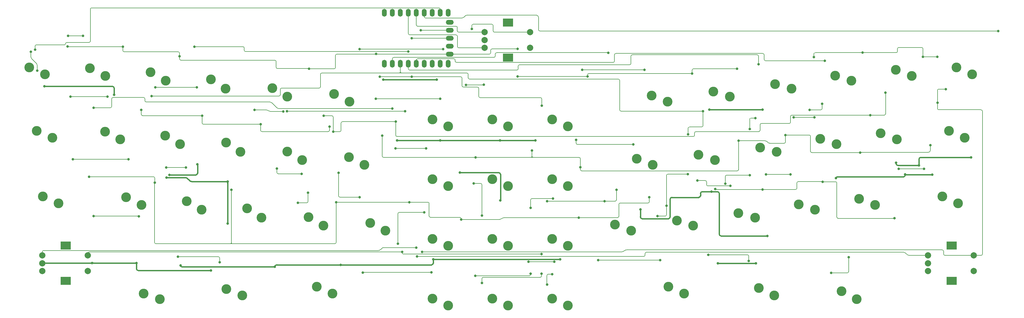
<source format=gbr>
G04 #@! TF.GenerationSoftware,KiCad,Pcbnew,9.0.0*
G04 #@! TF.CreationDate,2025-03-01T00:43:59+09:00*
G04 #@! TF.ProjectId,tijuana_lp,74696a75-616e-4615-9f6c-702e6b696361,rev?*
G04 #@! TF.SameCoordinates,Original*
G04 #@! TF.FileFunction,Copper,L1,Top*
G04 #@! TF.FilePolarity,Positive*
%FSLAX46Y46*%
G04 Gerber Fmt 4.6, Leading zero omitted, Abs format (unit mm)*
G04 Created by KiCad (PCBNEW 9.0.0) date 2025-03-01 00:43:59*
%MOMM*%
%LPD*%
G01*
G04 APERTURE LIST*
G04 #@! TA.AperFunction,ComponentPad*
%ADD10C,2.000000*%
G04 #@! TD*
G04 #@! TA.AperFunction,ComponentPad*
%ADD11R,3.200000X2.500000*%
G04 #@! TD*
G04 #@! TA.AperFunction,WasherPad*
%ADD12C,3.100000*%
G04 #@! TD*
G04 #@! TA.AperFunction,ComponentPad*
%ADD13O,1.500000X2.500000*%
G04 #@! TD*
G04 #@! TA.AperFunction,ComponentPad*
%ADD14O,2.500000X1.500000*%
G04 #@! TD*
G04 #@! TA.AperFunction,ViaPad*
%ADD15C,0.800000*%
G04 #@! TD*
G04 #@! TA.AperFunction,Conductor*
%ADD16C,0.400000*%
G04 #@! TD*
G04 #@! TA.AperFunction,Conductor*
%ADD17C,0.200000*%
G04 #@! TD*
G04 APERTURE END LIST*
D10*
X23093600Y-96800000D03*
X23093600Y-101800000D03*
X23093600Y-99300000D03*
D11*
X30593600Y-93700000D03*
X30593600Y-104900000D03*
D10*
X37593600Y-101800000D03*
X37593600Y-96800000D03*
D12*
X166405900Y-110607200D03*
X171405900Y-112807200D03*
X57614135Y-38384789D03*
X62356782Y-41095379D03*
X107827135Y-84613889D03*
X112569782Y-87324479D03*
X290008495Y-57844509D03*
X295116782Y-59779814D03*
X18962900Y-36884200D03*
X23962900Y-39084200D03*
X231998746Y-64723373D03*
X237201318Y-66388679D03*
X101118835Y-63678089D03*
X105861482Y-66388679D03*
X277560481Y-108249405D03*
X282394837Y-110792828D03*
X55363879Y-108946969D03*
X60505163Y-110792828D03*
X311722000Y-57077000D03*
X316722000Y-59277000D03*
X166405900Y-53457200D03*
X171405900Y-55657200D03*
X49778409Y-78258449D03*
X54656418Y-80717114D03*
X43068009Y-57321149D03*
X47946018Y-59779814D03*
X110490400Y-106754700D03*
X115490400Y-108954700D03*
X76827751Y-40649675D03*
X81422037Y-43604761D03*
X217068195Y-45816809D03*
X222176482Y-47752114D03*
X120769909Y-65487349D03*
X125647918Y-67946014D03*
X166405900Y-91557200D03*
X171405900Y-93757200D03*
X225127646Y-85659173D03*
X230330218Y-87324479D03*
X205434595Y-86945609D03*
X210542882Y-88880914D03*
X127479109Y-86422249D03*
X132357118Y-88880914D03*
X185455900Y-53457200D03*
X190455900Y-55657200D03*
X251597066Y-62407619D03*
X256879663Y-63798361D03*
X270743146Y-59623773D03*
X275945718Y-61289079D03*
X147355900Y-53457200D03*
X152355900Y-55657200D03*
X283135295Y-78781809D03*
X288243582Y-80717114D03*
X69084335Y-79514489D03*
X73826982Y-82225079D03*
X185455900Y-72507200D03*
X190455900Y-74707200D03*
X256358166Y-42214019D03*
X261640763Y-43604761D03*
X309611200Y-78014800D03*
X314611200Y-80214800D03*
X116008209Y-45293449D03*
X120886218Y-47752114D03*
X21340800Y-57077000D03*
X26340800Y-59277000D03*
X81725774Y-107515244D03*
X86799507Y-109539406D03*
X62211635Y-58578489D03*
X66954282Y-61289079D03*
X81588851Y-60843275D03*
X86183137Y-63798361D03*
X88297951Y-81779475D03*
X92892237Y-84734561D03*
X236760546Y-44530173D03*
X241963118Y-46195479D03*
X185455900Y-91557200D03*
X190455900Y-93757200D03*
X23288800Y-78014800D03*
X28288800Y-80214800D03*
X251180318Y-107166249D03*
X256100493Y-109539406D03*
X244725166Y-83343819D03*
X250007763Y-84734561D03*
X294768395Y-37651609D03*
X299876682Y-39586914D03*
X212306595Y-66010709D03*
X217414882Y-67946014D03*
X275503446Y-39430073D03*
X280706018Y-41095379D03*
X222409600Y-106754700D03*
X227409600Y-108954700D03*
X263870446Y-80559773D03*
X269073018Y-82225079D03*
X147355900Y-91557200D03*
X152355900Y-93757200D03*
X166405900Y-72507200D03*
X171405900Y-74707200D03*
X96357035Y-43484889D03*
X101099682Y-46195479D03*
X147355900Y-72507200D03*
X152355900Y-74707200D03*
D10*
X305093600Y-96800000D03*
X305093600Y-101800000D03*
X305093600Y-99300000D03*
D11*
X312593600Y-93700000D03*
X312593600Y-104900000D03*
D10*
X319593600Y-101800000D03*
X319593600Y-96800000D03*
X163905900Y-25600000D03*
X163905900Y-30600000D03*
X163905900Y-28100000D03*
D11*
X171405900Y-22500000D03*
X171405900Y-33700000D03*
D10*
X178405900Y-30600000D03*
X178405900Y-25600000D03*
D12*
X314099900Y-36884200D03*
X319099900Y-39084200D03*
X38308109Y-37128249D03*
X43186118Y-39586914D03*
X147355900Y-110607200D03*
X152355900Y-112807200D03*
X185455900Y-110607200D03*
X190455900Y-112807200D03*
D13*
X132020000Y-35640000D03*
X134560000Y-35640000D03*
X137100000Y-35640000D03*
X139640000Y-35640000D03*
X142180000Y-35640000D03*
X144720000Y-35640000D03*
X147260000Y-35640000D03*
X149800000Y-35640000D03*
X152340000Y-35640000D03*
D14*
X152840000Y-32600000D03*
X152840000Y-30060000D03*
X152840000Y-27520000D03*
X152840000Y-24980000D03*
X152840000Y-22440000D03*
D13*
X152340000Y-19400000D03*
X149800000Y-19400000D03*
X147260000Y-19400000D03*
X144720000Y-19400000D03*
X142180000Y-19400000D03*
X139640000Y-19400000D03*
X137100000Y-19400000D03*
X134560000Y-19400000D03*
X132020000Y-19400000D03*
D15*
X275782300Y-72159166D03*
X253957057Y-90590912D03*
X72484273Y-67730369D03*
X236100000Y-76488627D03*
X168800000Y-60100000D03*
X67100000Y-100000000D03*
X63607371Y-71127992D03*
X252423300Y-50267600D03*
X118134450Y-99814758D03*
X213500000Y-82150000D03*
X187940500Y-98033900D03*
X297800000Y-70971588D03*
X180094000Y-60099620D03*
X306450000Y-71050000D03*
X147562000Y-98033900D03*
X136079716Y-60091739D03*
X97138503Y-100464462D03*
X149760594Y-60091739D03*
X235489600Y-50267600D03*
X196684500Y-39697400D03*
X48756400Y-30223000D03*
X268700000Y-33518791D03*
X174389995Y-30931860D03*
X174383800Y-39697400D03*
X244250000Y-37271800D03*
X308050000Y-33500000D03*
X129350000Y-32505000D03*
X108046600Y-37281900D03*
X31197200Y-30182300D03*
X229981700Y-38786600D03*
X303450000Y-33500000D03*
X66800000Y-33300000D03*
X284259269Y-32147640D03*
X283440145Y-63989984D03*
X92597493Y-54966372D03*
X161000000Y-65539000D03*
X131306200Y-58583100D03*
X194393081Y-68680130D03*
X54647500Y-50355500D03*
X305855600Y-61631500D03*
X259700000Y-58400000D03*
X179000000Y-63379400D03*
X73963163Y-52236957D03*
X244754400Y-60198493D03*
X114528700Y-55724300D03*
X294350000Y-84950000D03*
X83300000Y-75850000D03*
X139955500Y-79819900D03*
X252429215Y-75776185D03*
X116650000Y-79850000D03*
X237330400Y-75655400D03*
X140700400Y-27521600D03*
X58891451Y-73623693D03*
X156429375Y-85338843D03*
X271500000Y-73300000D03*
X193900000Y-84750000D03*
X216346332Y-78276984D03*
X38015409Y-71692143D03*
X143580300Y-24983200D03*
X178545500Y-102633400D03*
X160928674Y-103332486D03*
X125150000Y-102300000D03*
X146947700Y-102244800D03*
X250258800Y-99370000D03*
X168950000Y-79250000D03*
X148651675Y-40722549D03*
X62612660Y-72002875D03*
X82100000Y-73250000D03*
X156043772Y-70411248D03*
X23757300Y-42891600D03*
X238130400Y-99370000D03*
X294887933Y-67240572D03*
X302200400Y-68084800D03*
X38962043Y-99260649D03*
X53118300Y-99260649D03*
X76800000Y-101650000D03*
X82100000Y-86650000D03*
X131630187Y-40722549D03*
X318775100Y-65542800D03*
X45989500Y-45554900D03*
X150745000Y-31010000D03*
X124121600Y-31010000D03*
X31350000Y-26775747D03*
X36075736Y-26775747D03*
X21526500Y-37830311D03*
X19446071Y-31822667D03*
X32094200Y-46203074D03*
X43827600Y-46198500D03*
X90662200Y-50432700D03*
X99829800Y-50870612D03*
X129294800Y-46850000D03*
X149779300Y-46850000D03*
X163650000Y-42350000D03*
X158002100Y-42407000D03*
X194968000Y-37620600D03*
X214800000Y-37618800D03*
X262262836Y-52749400D03*
X268905885Y-52749400D03*
X193055144Y-59962603D03*
X211269200Y-61439700D03*
X135591600Y-62688400D03*
X145250000Y-62650000D03*
X62600000Y-68750000D03*
X68850000Y-68750000D03*
X50550900Y-66174500D03*
X32813800Y-66174500D03*
X39444300Y-84300000D03*
X53820026Y-84313882D03*
X66300000Y-97214660D03*
X79570266Y-99024266D03*
X144705900Y-83100000D03*
X136300000Y-93050000D03*
X185645345Y-78666624D03*
X178574300Y-81635480D03*
X231659700Y-72930500D03*
X242116400Y-74650000D03*
X253507940Y-70991848D03*
X261238800Y-70950000D03*
X303750000Y-69150000D03*
X295743655Y-69151490D03*
X248008483Y-98544752D03*
X235150000Y-96600000D03*
X200055603Y-98342778D03*
X219759600Y-98337536D03*
X177880300Y-98835600D03*
X186112800Y-98835600D03*
X182059804Y-96389298D03*
X137650000Y-95679400D03*
X130589800Y-39793100D03*
X140700000Y-39800000D03*
X182049000Y-102614800D03*
X182125472Y-49069966D03*
X163047481Y-105628913D03*
X20814600Y-31177034D03*
X142192100Y-94300000D03*
X183770576Y-79506099D03*
X134571365Y-49978906D03*
X203305800Y-32195400D03*
X185411000Y-102766000D03*
X183800000Y-106100000D03*
X202089200Y-79507900D03*
X39433800Y-49715100D03*
X205876300Y-75839700D03*
X218919600Y-84300000D03*
X228667100Y-58184400D03*
X57904210Y-46007800D03*
X233428900Y-50810000D03*
X221796000Y-81000000D03*
X228568400Y-70915700D03*
X248288300Y-56449800D03*
X59126300Y-43163700D03*
X251086200Y-35791600D03*
X248288300Y-71185200D03*
X139640000Y-31805000D03*
X71576500Y-30212600D03*
X72305600Y-43163700D03*
X250142900Y-52983300D03*
X240550000Y-73950000D03*
X97787200Y-69118700D03*
X100999500Y-50810000D03*
X105656200Y-70764200D03*
X104495500Y-80046600D03*
X272169040Y-34717749D03*
X271365700Y-48406500D03*
X138588300Y-50810000D03*
X267411500Y-50366100D03*
X107689700Y-76800000D03*
X117424500Y-70483090D03*
X112686610Y-52248335D03*
X279789900Y-97380200D03*
X135611700Y-54160200D03*
X274218600Y-102383500D03*
X286663100Y-52049400D03*
X115700000Y-57350000D03*
X291546575Y-44917012D03*
X124133700Y-78234600D03*
X144000000Y-95650000D03*
X310749900Y-43750000D03*
X308072200Y-48106505D03*
X160481300Y-73842900D03*
X163055900Y-84102200D03*
X159838400Y-24547500D03*
X142450053Y-97123966D03*
X327438605Y-25250062D03*
D16*
X236100000Y-76488627D02*
X233197632Y-76488627D01*
X236100000Y-76488627D02*
X236100043Y-76488584D01*
X306450000Y-71050000D02*
X297878412Y-71050000D01*
X147562000Y-98033900D02*
X187940500Y-98033900D01*
X232632465Y-77053794D02*
X232632465Y-77737449D01*
X180093620Y-60100000D02*
X168800000Y-60100000D01*
X97131948Y-100457907D02*
X97138503Y-100464462D01*
X147562000Y-98033900D02*
X147562000Y-99251789D01*
X149768855Y-60100000D02*
X149760594Y-60091739D01*
X149760594Y-60091739D02*
X136079716Y-60091739D01*
X222969020Y-78864356D02*
X222969020Y-84534735D01*
X213500000Y-84537052D02*
X213500000Y-82150000D01*
X235489600Y-50267600D02*
X252423300Y-50267600D01*
X297235943Y-71750550D02*
X276190943Y-71750550D01*
X232069914Y-78300000D02*
X223533376Y-78300000D01*
X239167118Y-90590912D02*
X253957057Y-90590912D01*
X118134450Y-99814758D02*
X146999031Y-99814758D01*
X297800000Y-70971588D02*
X297800003Y-71186482D01*
X67557907Y-100457907D02*
X97131948Y-100457907D01*
X236100043Y-76488584D02*
X238041522Y-76488584D01*
X222403755Y-85100000D02*
X214062948Y-85100000D01*
X71963650Y-71127992D02*
X63607371Y-71127992D01*
X72524500Y-67770596D02*
X72524500Y-70567142D01*
X72484273Y-67730369D02*
X72524500Y-67770596D01*
X168800000Y-60100000D02*
X149768855Y-60100000D01*
X238602864Y-77049919D02*
X238602864Y-90026658D01*
X180094000Y-60099620D02*
X180093620Y-60100000D01*
X118134450Y-99814758D02*
X97788207Y-99814758D01*
X214062948Y-85100000D02*
G75*
G02*
X213500000Y-84537052I-48J562900D01*
G01*
X72524500Y-70567142D02*
G75*
G02*
X71963650Y-71127900I-560800J42D01*
G01*
X233197632Y-76488627D02*
G75*
G03*
X232632427Y-77053794I-32J-565173D01*
G01*
X232632465Y-77737449D02*
G75*
G02*
X232069914Y-78300065I-562565J-51D01*
G01*
X297878412Y-71050000D02*
G75*
G02*
X297800000Y-70971588I-12J78400D01*
G01*
X97788207Y-99814758D02*
G75*
G03*
X97138458Y-100464462I-7J-649742D01*
G01*
X238041522Y-76488584D02*
G75*
G02*
X238602816Y-77049919I-22J-561316D01*
G01*
X222969020Y-84534735D02*
G75*
G02*
X222403755Y-85099920I-565220J35D01*
G01*
X67100000Y-100000000D02*
G75*
G03*
X67557907Y-100457900I457900J0D01*
G01*
X276190943Y-71750550D02*
G75*
G03*
X275782250Y-72159166I-43J-408650D01*
G01*
X238602864Y-90026658D02*
G75*
G03*
X239167118Y-90590936I564236J-42D01*
G01*
X297800003Y-71186482D02*
G75*
G02*
X297235943Y-71750603I-564103J-18D01*
G01*
X223533376Y-78300000D02*
G75*
G03*
X222969000Y-78864356I24J-564400D01*
G01*
X146999031Y-99814758D02*
G75*
G03*
X147561958Y-99251789I-31J562958D01*
G01*
D17*
X129445000Y-32600000D02*
X129350000Y-32505000D01*
X66800000Y-34096271D02*
X66800000Y-33300000D01*
X284259269Y-32147640D02*
X294919718Y-32147640D01*
X229981700Y-37696664D02*
X229981700Y-38786600D01*
X66376809Y-31856900D02*
X49178129Y-31856900D01*
X303450000Y-30897192D02*
X303450000Y-33500000D01*
X196684500Y-39697400D02*
X196684500Y-39211301D01*
X31197200Y-30223000D02*
X31197200Y-30182300D01*
X295767880Y-30474067D02*
X303026875Y-30474067D01*
X244250000Y-37271800D02*
X230406564Y-37271800D01*
X48756400Y-30223000D02*
X31197200Y-30223000D01*
X116456700Y-33023564D02*
X116456700Y-36857738D01*
X268700005Y-32571452D02*
X268700000Y-33518791D01*
X116032538Y-37281900D02*
X108046600Y-37281900D01*
X284259269Y-32147640D02*
X269123819Y-32147640D01*
X295343020Y-31724356D02*
X295343055Y-30898874D01*
X152340000Y-32600000D02*
X129445000Y-32600000D01*
X174383800Y-39697400D02*
X196684500Y-39697400D01*
X197109201Y-38786600D02*
X229981700Y-38786600D01*
X165425234Y-32600000D02*
X152340000Y-32600000D01*
X108046600Y-37281900D02*
X108046600Y-37221534D01*
X97126535Y-34524100D02*
X67227829Y-34524100D01*
X66800000Y-33300000D02*
X66800000Y-32280091D01*
X129350000Y-32505000D02*
X129255000Y-32600000D01*
X308050000Y-33500000D02*
X303450000Y-33500000D01*
X165850000Y-31356623D02*
X165850000Y-32175234D01*
X97550000Y-36797828D02*
X97550000Y-34947565D01*
X48756400Y-31435171D02*
X48756400Y-30223000D01*
X174389995Y-30931860D02*
X166274763Y-30931860D01*
X108046600Y-37221534D02*
X97973706Y-37221534D01*
X129255000Y-32600000D02*
X116880264Y-32600000D01*
X269123819Y-32147640D02*
G75*
G03*
X268699940Y-32571452I-19J-423860D01*
G01*
X67227829Y-34524100D02*
G75*
G02*
X66800000Y-34096271I-29J427800D01*
G01*
X295343055Y-30898874D02*
G75*
G02*
X295767880Y-30474055I424845J-26D01*
G01*
X66800000Y-32280091D02*
G75*
G03*
X66376809Y-31856900I-423200J-9D01*
G01*
X116456700Y-36857738D02*
G75*
G02*
X116032538Y-37281900I-424200J38D01*
G01*
X97973706Y-37221534D02*
G75*
G02*
X97549966Y-36797828I-6J423734D01*
G01*
X196684500Y-39211301D02*
G75*
G02*
X197109201Y-38786600I424700J1D01*
G01*
X294919718Y-32147640D02*
G75*
G03*
X295343040Y-31724356I-18J423340D01*
G01*
X116880264Y-32600000D02*
G75*
G03*
X116456700Y-33023564I36J-423600D01*
G01*
X230406564Y-37271800D02*
G75*
G03*
X229981700Y-37696664I36J-424900D01*
G01*
X166274763Y-30931860D02*
G75*
G03*
X165850060Y-31356623I37J-424740D01*
G01*
X97550000Y-34947565D02*
G75*
G03*
X97126535Y-34524100I-423500J-35D01*
G01*
X165850000Y-32175234D02*
G75*
G02*
X165425234Y-32600000I-424800J34D01*
G01*
X49178129Y-31856900D02*
G75*
G02*
X48756400Y-31435171I-29J421700D01*
G01*
X303026875Y-30474067D02*
G75*
G02*
X303450033Y-30897192I25J-423133D01*
G01*
X73963163Y-52236957D02*
X73963163Y-54541316D01*
X304854363Y-63972436D02*
X305059449Y-63972436D01*
X74388219Y-54966372D02*
X92597493Y-54966372D01*
X267232964Y-58400000D02*
X259700000Y-58400000D01*
X267656876Y-63573700D02*
X267656852Y-58823886D01*
X305855600Y-63176285D02*
X305855600Y-61631500D01*
X92597493Y-54966372D02*
X92597493Y-56892158D01*
X283432057Y-63998072D02*
X268081250Y-63998072D01*
X254050000Y-60750000D02*
X253867262Y-60567262D01*
X54647500Y-51814147D02*
X54647500Y-50355500D01*
X259278235Y-61023900D02*
X254711253Y-61023900D01*
X283440145Y-63989984D02*
X283457693Y-63972436D01*
X244751807Y-69410165D02*
X244751807Y-60201086D01*
X194814798Y-69834000D02*
X244327972Y-69834000D01*
X161000000Y-65539000D02*
X179369521Y-65539000D01*
X253000272Y-60208143D02*
X244764050Y-60208143D01*
X194393081Y-68680130D02*
X194393081Y-65962636D01*
X283457693Y-63972436D02*
X304854363Y-63972436D01*
X194393081Y-68680130D02*
X194393100Y-69412313D01*
X93022406Y-57317071D02*
X114106269Y-57317071D01*
X283440145Y-63989984D02*
X283432057Y-63998072D01*
X244751807Y-60201086D02*
X244754400Y-60198493D01*
X259700000Y-58400000D02*
X259700000Y-60602135D01*
X179000000Y-65152821D02*
X179000000Y-63379400D01*
X114528700Y-56894640D02*
X114528700Y-55724300D01*
X193969445Y-65539000D02*
X179369521Y-65539000D01*
X161000000Y-65539000D02*
X131730636Y-65539000D01*
X73963163Y-52236957D02*
X55070310Y-52236957D01*
X131306200Y-65114564D02*
X131306200Y-58583100D01*
X305059449Y-63972436D02*
G75*
G03*
X305855536Y-63176285I-49J796136D01*
G01*
X73963163Y-54541316D02*
G75*
G03*
X74388219Y-54966337I425037J16D01*
G01*
X131730636Y-65539000D02*
G75*
G02*
X131306200Y-65114564I-36J424400D01*
G01*
X267656852Y-58823886D02*
G75*
G03*
X267232964Y-58400048I-423852J-14D01*
G01*
X268081250Y-63998072D02*
G75*
G02*
X267656928Y-63573700I50J424372D01*
G01*
X244764050Y-60208143D02*
G75*
G02*
X244754357Y-60198493I-50J9643D01*
G01*
X194393081Y-65962636D02*
G75*
G03*
X193969445Y-65538919I-423681J36D01*
G01*
X259700000Y-60602135D02*
G75*
G02*
X259278235Y-61023900I-421800J35D01*
G01*
X244327972Y-69834000D02*
G75*
G03*
X244751800Y-69410165I28J423800D01*
G01*
X114106269Y-57317071D02*
G75*
G03*
X114528771Y-56894640I31J422471D01*
G01*
X194393100Y-69412313D02*
G75*
G03*
X194814798Y-69834000I421700J13D01*
G01*
X92597493Y-56892158D02*
G75*
G03*
X93022406Y-57317107I424907J-42D01*
G01*
X179000000Y-65169479D02*
G75*
G03*
X179369521Y-65539000I369500J-21D01*
G01*
X55070310Y-52236957D02*
G75*
G02*
X54647443Y-51814147I-10J422857D01*
G01*
X253867262Y-60567262D02*
G75*
G03*
X253000272Y-60208177I-866962J-867038D01*
G01*
X178613783Y-65539003D02*
G75*
G03*
X179000003Y-65152821I17J386203D01*
G01*
X254711253Y-61023900D02*
G75*
G02*
X254050034Y-60749966I47J935100D01*
G01*
X276046782Y-84582988D02*
X276046782Y-73725286D01*
X294293857Y-85006143D02*
X276469937Y-85006143D01*
X116650000Y-79850000D02*
X116680100Y-79819900D01*
X83301926Y-92500000D02*
X83300000Y-92498074D01*
X58870657Y-73644487D02*
X58870657Y-92676514D01*
X152340000Y-27521600D02*
X140700400Y-27521600D01*
X83300000Y-75850000D02*
X83093700Y-75850000D01*
X216346344Y-79672631D02*
X216346332Y-78276984D01*
X152340000Y-27520000D02*
X152340000Y-27521600D01*
X156429375Y-85338843D02*
X168728816Y-85338843D01*
X252429215Y-75776185D02*
X237451185Y-75776185D01*
X139955500Y-79819900D02*
X145834134Y-79819900D01*
X271450000Y-73250000D02*
X263759710Y-73250000D01*
X275621496Y-73300000D02*
X271500000Y-73300000D01*
X83300000Y-75850000D02*
X83300000Y-92498074D01*
X237451185Y-75776185D02*
X237330400Y-75655400D01*
X116680100Y-79819900D02*
X139955500Y-79819900D01*
X38015409Y-71692143D02*
X58468158Y-71692143D01*
X193900000Y-84804000D02*
X193900000Y-84750000D01*
X169278148Y-85111301D02*
X169358936Y-85030512D01*
X116225245Y-93100000D02*
X83696326Y-93100000D01*
X83301926Y-92705129D02*
X83301926Y-92500000D01*
X206650000Y-84325224D02*
X206650000Y-80525484D01*
X169905782Y-84804000D02*
X193900000Y-84804000D01*
X146258254Y-80244020D02*
X146258254Y-84221749D01*
X262912126Y-75776185D02*
X252429215Y-75776185D01*
X58891451Y-72115436D02*
X58891451Y-73623693D01*
X193900000Y-84750000D02*
X206225224Y-84750000D01*
X146683069Y-84646564D02*
X156007400Y-84646564D01*
X263336696Y-73673010D02*
X263336682Y-75351633D01*
X82907055Y-93100000D02*
X83696326Y-93100000D01*
X156429375Y-85338843D02*
X156429392Y-85068582D01*
X116650000Y-79850000D02*
X116630500Y-79830500D01*
X116650000Y-79850000D02*
X116650000Y-92675245D01*
X59294143Y-93100000D02*
X82907055Y-93100000D01*
X207075484Y-80100000D02*
X215918979Y-80100000D01*
X58870657Y-92676514D02*
G75*
G03*
X59294143Y-93099943I423443J14D01*
G01*
X58468158Y-71692143D02*
G75*
G02*
X58891457Y-72115436I42J-423257D01*
G01*
X263759710Y-73250000D02*
G75*
G03*
X263336700Y-73673010I-10J-423000D01*
G01*
X263336682Y-75351633D02*
G75*
G02*
X262912126Y-75776182I-424582J33D01*
G01*
X156007400Y-84646564D02*
G75*
G02*
X156429436Y-85068582I0J-422036D01*
G01*
X294350000Y-84950000D02*
G75*
G02*
X294293857Y-85006100I-56100J0D01*
G01*
X82907055Y-93100000D02*
G75*
G03*
X83302000Y-92705129I45J394900D01*
G01*
X145834134Y-79819900D02*
G75*
G02*
X146258200Y-80244020I-34J-424100D01*
G01*
X215918979Y-80100000D02*
G75*
G03*
X216346400Y-79672631I21J427400D01*
G01*
X206225224Y-84750000D02*
G75*
G03*
X206650000Y-84325224I-24J424800D01*
G01*
X116650000Y-92675245D02*
G75*
G02*
X116225245Y-93100000I-424800J45D01*
G01*
X168728816Y-85338843D02*
G75*
G03*
X169278134Y-85111287I-16J776843D01*
G01*
X271500000Y-73300000D02*
G75*
G03*
X271450000Y-73250000I-50000J0D01*
G01*
X58891451Y-73623693D02*
G75*
G03*
X58870593Y-73644487I-51J-20807D01*
G01*
X276046782Y-73725286D02*
G75*
G03*
X275621496Y-73300018I-425282J-14D01*
G01*
X276469937Y-85006143D02*
G75*
G02*
X276046757Y-84582988I-37J423143D01*
G01*
X169358936Y-85030512D02*
G75*
G02*
X169905782Y-84803971I546864J-546788D01*
G01*
X83301926Y-92705600D02*
G75*
G03*
X83696326Y-93099974I394374J0D01*
G01*
X146258254Y-84221749D02*
G75*
G03*
X146683069Y-84646646I424846J-51D01*
G01*
X206650000Y-80525484D02*
G75*
G02*
X207075484Y-80100000I425500J-16D01*
G01*
X152340000Y-24980000D02*
X152340000Y-24983200D01*
X152340000Y-24983200D02*
X143580300Y-24983200D01*
X146947700Y-102244800D02*
X125205200Y-102244800D01*
X178545500Y-102912338D02*
X178545500Y-102633400D01*
X160932888Y-103336700D02*
X178121138Y-103336700D01*
X125205200Y-102244800D02*
X125150000Y-102300000D01*
X160928674Y-103332486D02*
X160932888Y-103336700D01*
X178121138Y-103336700D02*
G75*
G03*
X178545500Y-102912338I-38J424400D01*
G01*
D16*
X302200400Y-68084800D02*
X302200400Y-66106762D01*
X82100000Y-73250000D02*
X82100000Y-73597697D01*
X168955365Y-70974933D02*
X168955365Y-79244635D01*
X53118300Y-101078468D02*
X53118300Y-99260649D01*
X76800000Y-101650000D02*
X76791500Y-101641500D01*
X294887933Y-67240572D02*
X294887923Y-67522776D01*
X302764362Y-65542800D02*
X318775100Y-65542800D01*
X82100000Y-73250000D02*
X70715968Y-73250000D01*
X70005866Y-72955866D02*
X69350000Y-72300000D01*
X294887933Y-67240572D02*
X295003861Y-67356500D01*
X168955365Y-79244635D02*
X168950000Y-79250000D01*
X45989500Y-43456110D02*
X45989500Y-45554900D01*
X23093600Y-99400000D02*
X23093600Y-99300000D01*
X76791500Y-101641500D02*
X53681332Y-101641500D01*
X68632677Y-72002875D02*
X62612660Y-72002875D01*
X156043772Y-70411248D02*
X168391680Y-70411248D01*
X38962043Y-99260649D02*
X39108867Y-99113825D01*
X23757300Y-42891600D02*
X45424990Y-42891600D01*
X302200400Y-68084800D02*
X295449929Y-68084800D01*
X38962043Y-99260649D02*
X53118300Y-99260649D01*
X148651675Y-40722549D02*
X131630187Y-40722549D01*
X250258800Y-99370000D02*
X238130400Y-99370000D01*
X82100000Y-73814040D02*
X82100000Y-86650000D01*
X38962043Y-99260649D02*
X23132951Y-99260649D01*
X82100000Y-73597697D02*
X82070812Y-73626885D01*
X82070812Y-73626885D02*
G75*
G02*
X82099989Y-73814040I-644412J-196315D01*
G01*
X168391680Y-70411248D02*
G75*
G02*
X168955352Y-70974933I20J-563652D01*
G01*
X69350000Y-72300000D02*
G75*
G03*
X68632677Y-72002885I-717300J-717300D01*
G01*
X302200400Y-66106762D02*
G75*
G02*
X302764362Y-65542800I564000J-38D01*
G01*
X70715968Y-73250000D02*
G75*
G02*
X70005889Y-72955843I32J1004200D01*
G01*
X23132951Y-99260649D02*
G75*
G03*
X23093649Y-99300000I49J-39351D01*
G01*
X295449929Y-68084800D02*
G75*
G02*
X294887900Y-67522776I-29J562000D01*
G01*
X53681332Y-101641500D02*
G75*
G02*
X53118300Y-101078468I-32J563000D01*
G01*
X45424990Y-42891600D02*
G75*
G02*
X45989500Y-43456110I10J-564500D01*
G01*
D17*
X124121600Y-31010000D02*
X150745000Y-31010000D01*
X36007755Y-26752241D02*
X36031261Y-26775747D01*
X36031261Y-26775747D02*
X36075736Y-26775747D01*
X31350000Y-26775747D02*
X35920853Y-26775747D01*
X35920853Y-26775747D02*
G75*
G03*
X36007759Y-26752249I-6053J194847D01*
G01*
X21526500Y-37830311D02*
X21526500Y-36202839D01*
X19446071Y-31822667D02*
X19505027Y-31881622D01*
X19505027Y-31881622D02*
X19505029Y-33538806D01*
X21299567Y-35654974D02*
X19732455Y-34087862D01*
X19732455Y-34087862D02*
G75*
G02*
X19505021Y-33538806I549045J549062D01*
G01*
X21526500Y-36202839D02*
G75*
G03*
X21299587Y-35654954I-774800J39D01*
G01*
X43827600Y-46198500D02*
X32098774Y-46198500D01*
X32098774Y-46198500D02*
X32094200Y-46203074D01*
X90662200Y-50432700D02*
X94583972Y-50432700D01*
X95641094Y-50870612D02*
X99829800Y-50870612D01*
X95121425Y-50655318D02*
G75*
G03*
X95641094Y-50870620I519675J519518D01*
G01*
X94583972Y-50432700D02*
G75*
G02*
X95121443Y-50655300I28J-760100D01*
G01*
X129294800Y-46850000D02*
X149779300Y-46850000D01*
X163591400Y-42408600D02*
X158002100Y-42408600D01*
X158002100Y-42408600D02*
X158002100Y-42407000D01*
X163650000Y-42350000D02*
X163591400Y-42408600D01*
X214798200Y-37620600D02*
X214800000Y-37618800D01*
X194968000Y-37620600D02*
X214798200Y-37620600D01*
X262262836Y-52749400D02*
X268905885Y-52749400D01*
X211269200Y-61439700D02*
X193478840Y-61439700D01*
X193055144Y-59962603D02*
X193055146Y-61016007D01*
X193478840Y-61439700D02*
G75*
G02*
X193055100Y-61016007I-40J423700D01*
G01*
X135591600Y-62688400D02*
X145211600Y-62688400D01*
X145211600Y-62688400D02*
X145250000Y-62650000D01*
X68850000Y-68750000D02*
X68707852Y-68750000D01*
X68671804Y-68750000D02*
X62600000Y-68750000D01*
X68707852Y-68750000D02*
X68707100Y-68750752D01*
X68707100Y-68750752D02*
G75*
G02*
X68671804Y-68749998I-10800J320752D01*
G01*
X32813800Y-66174500D02*
X50550900Y-66174500D01*
X39444300Y-84300000D02*
X53806144Y-84300000D01*
X53806144Y-84300000D02*
G75*
G02*
X53820000Y-84313882I-44J-13900D01*
G01*
X79570266Y-99024266D02*
X79570240Y-97637019D01*
X66300000Y-97214660D02*
X79147873Y-97214660D01*
X79147873Y-97214660D02*
G75*
G02*
X79570240Y-97637019I27J-422340D01*
G01*
X136722258Y-83100000D02*
X144705900Y-83100000D01*
X136300000Y-93050000D02*
X136300000Y-83522258D01*
X136300000Y-83522258D02*
G75*
G02*
X136722258Y-83100000I422300J-42D01*
G01*
X178574300Y-81635480D02*
X178574300Y-79091234D01*
X185644469Y-78667500D02*
X185645345Y-78666624D01*
X178998034Y-78667500D02*
X185644469Y-78667500D01*
X178574300Y-79091234D02*
G75*
G02*
X178998034Y-78667500I423700J34D01*
G01*
X234153519Y-72930500D02*
X231659700Y-72930500D01*
X242116400Y-74650000D02*
X235001473Y-74650000D01*
X234577578Y-74226102D02*
X234577583Y-73354567D01*
X235001473Y-74650000D02*
G75*
G02*
X234577600Y-74226102I27J423900D01*
G01*
X234577583Y-73354567D02*
G75*
G03*
X234153519Y-72930517I-424083J-33D01*
G01*
X253507940Y-70991848D02*
X253510888Y-70988900D01*
X253510888Y-70988900D02*
X261199900Y-70988900D01*
X261199900Y-70988900D02*
X261238800Y-70950000D01*
X295743655Y-69151490D02*
X303748510Y-69151490D01*
X303748510Y-69151490D02*
X303750000Y-69150000D01*
X248008483Y-98544752D02*
X248008445Y-97023701D01*
X235150000Y-96600000D02*
X247584734Y-96600000D01*
X247584734Y-96600000D02*
G75*
G02*
X248008400Y-97023701I-34J-423700D01*
G01*
X219759600Y-98337536D02*
X200060845Y-98337536D01*
X200060845Y-98337536D02*
X200055603Y-98342778D01*
X186112800Y-98835600D02*
X177880300Y-98835600D01*
X37593600Y-96800000D02*
X37593600Y-96128395D01*
X137650000Y-95679400D02*
X38042595Y-95679400D01*
X130589800Y-39793100D02*
X140693100Y-39793100D01*
X182059804Y-96389298D02*
X181670998Y-96389298D01*
X163047481Y-105628913D02*
X163047471Y-104209454D01*
X156706100Y-42684099D02*
X156706100Y-40223744D01*
X140693100Y-39793100D02*
X140700000Y-39800000D01*
X162058700Y-46057110D02*
X162058700Y-43532017D01*
X137650000Y-95679400D02*
X137650000Y-95960568D01*
X182049000Y-103361163D02*
X182049000Y-102614800D01*
X161635483Y-43108800D02*
X157130801Y-43108800D01*
X182105900Y-49050394D02*
X182105900Y-46903113D01*
X156282356Y-39800000D02*
X140700000Y-39800000D01*
X137652609Y-95682009D02*
X137650000Y-95679400D01*
X182125472Y-49069966D02*
X182105900Y-49050394D01*
X181684065Y-46481278D02*
X162482868Y-46481278D01*
X181670998Y-96389298D02*
X181667793Y-96386093D01*
X163472922Y-103784000D02*
X181626163Y-103784000D01*
X181667793Y-96386093D02*
X138075525Y-96386093D01*
X157130801Y-43108800D02*
G75*
G02*
X156706100Y-42684099I-1J424700D01*
G01*
X162058700Y-43532017D02*
G75*
G03*
X161635483Y-43108800I-423200J17D01*
G01*
X163047471Y-104209454D02*
G75*
G02*
X163472922Y-103784071I425429J-46D01*
G01*
X156706100Y-40223744D02*
G75*
G03*
X156282356Y-39800000I-423700J44D01*
G01*
X182105900Y-46903113D02*
G75*
G03*
X181684065Y-46481300I-421800J13D01*
G01*
X162482868Y-46481278D02*
G75*
G02*
X162058722Y-46057110I32J424178D01*
G01*
X138075525Y-96386093D02*
G75*
G02*
X137650007Y-95960568I-25J425493D01*
G01*
X181626163Y-103784000D02*
G75*
G03*
X182049000Y-103361163I37J422800D01*
G01*
X38042595Y-95679400D02*
G75*
G03*
X37593600Y-96128395I5J-449000D01*
G01*
X38401500Y-28473124D02*
X38401500Y-18272104D01*
X20814600Y-31177034D02*
X20814600Y-30054694D01*
X38825304Y-17848300D02*
X149376014Y-17848300D01*
X30929099Y-28869800D02*
X38004824Y-28869800D01*
X21255594Y-29613700D02*
X30185199Y-29613700D01*
X149800000Y-18272286D02*
X149800000Y-19900000D01*
X149376014Y-17848300D02*
G75*
G02*
X149800000Y-18272286I-14J-424000D01*
G01*
X20814600Y-30054694D02*
G75*
G02*
X21255594Y-29613700I441000J-6D01*
G01*
X30185199Y-29613700D02*
G75*
G03*
X30495500Y-29303399I1J310300D01*
G01*
X30495500Y-29303399D02*
G75*
G02*
X30929099Y-28869800I433600J-1D01*
G01*
X38004824Y-28869800D02*
G75*
G03*
X38401500Y-28473124I-24J396700D01*
G01*
X38401500Y-18272104D02*
G75*
G02*
X38825304Y-17848300I423800J4D01*
G01*
X142192100Y-94300000D02*
X131803553Y-94300000D01*
X130120383Y-95251700D02*
X23518195Y-95251700D01*
X23093600Y-95676295D02*
X23093600Y-96800000D01*
X131200000Y-94550000D02*
X130765527Y-94984473D01*
X131803553Y-94300000D02*
G75*
G03*
X131200014Y-94550014I47J-853600D01*
G01*
X23518195Y-95251700D02*
G75*
G03*
X23093600Y-95676295I5J-424600D01*
G01*
X130765527Y-94984473D02*
G75*
G02*
X130120383Y-95251680I-645127J645173D01*
G01*
X44780121Y-49715100D02*
X39433800Y-49715100D01*
X202089200Y-79507900D02*
X183772377Y-79507900D01*
X166877109Y-33651700D02*
X134981494Y-33651700D01*
X134571365Y-49978906D02*
X98354404Y-49978906D01*
X203306701Y-32194499D02*
X203306701Y-32182538D01*
X202089200Y-79507900D02*
X205452415Y-79507900D01*
X183772377Y-79507900D02*
X183770576Y-79506099D01*
X45204600Y-46838543D02*
X45204600Y-49290621D01*
X97805513Y-49751546D02*
X96166548Y-48112556D01*
X203305800Y-32195400D02*
X203306701Y-32194499D01*
X205876300Y-79084015D02*
X205876300Y-75839700D01*
X184193034Y-102766000D02*
X185411000Y-102766000D01*
X183800000Y-106100000D02*
X183768600Y-106068600D01*
X203258700Y-32148300D02*
X167723594Y-32148300D01*
X183768600Y-106068600D02*
X183768600Y-103190434D01*
X167300000Y-32571894D02*
X167300000Y-33228809D01*
X55763900Y-47461889D02*
X55763900Y-46833731D01*
X95617427Y-47885100D02*
X56187111Y-47885100D01*
X134560000Y-34073194D02*
X134560000Y-35140000D01*
X55345169Y-46415000D02*
X45628143Y-46415000D01*
X167300000Y-33228809D02*
G75*
G02*
X166877109Y-33651700I-422900J9D01*
G01*
X55763900Y-46833731D02*
G75*
G03*
X55345169Y-46415000I-418700J31D01*
G01*
X183768600Y-103190434D02*
G75*
G02*
X184193034Y-102766000I424400J34D01*
G01*
X96166548Y-48112556D02*
G75*
G03*
X95617427Y-47885090I-549148J-549144D01*
G01*
X45204600Y-49290621D02*
G75*
G02*
X44780121Y-49715100I-424500J21D01*
G01*
X98354404Y-49978906D02*
G75*
G02*
X97805519Y-49751540I-4J776206D01*
G01*
X205452415Y-79507900D02*
G75*
G03*
X205876300Y-79084015I-15J423900D01*
G01*
X134981494Y-33651700D02*
G75*
G03*
X134560000Y-34073194I6J-421500D01*
G01*
X167723594Y-32148300D02*
G75*
G03*
X167300000Y-32571894I6J-423600D01*
G01*
X56187111Y-47885100D02*
G75*
G02*
X55763900Y-47461889I-11J423200D01*
G01*
X203306701Y-32182538D02*
G75*
G03*
X203258701Y-32148280I-50401J-19862D01*
G01*
X45628143Y-46415000D02*
G75*
G03*
X45204600Y-46838543I-43J-423500D01*
G01*
X218919600Y-84300000D02*
X221368920Y-84300000D01*
X206916200Y-41006786D02*
X206916200Y-50385707D01*
X98426093Y-46007800D02*
X57904210Y-46007800D01*
X222218881Y-70915700D02*
X228568400Y-70915700D01*
X159125893Y-40583600D02*
X206493014Y-40583600D01*
X137492191Y-38632869D02*
X158277950Y-38632869D01*
X136706749Y-38632869D02*
X136706751Y-38632867D01*
X158702300Y-39057219D02*
X158702300Y-40160007D01*
X136706749Y-38632869D02*
X137492191Y-38632869D01*
X137100000Y-38239616D02*
X137100000Y-38240678D01*
X233428900Y-50810000D02*
X233428900Y-55429151D01*
X228667100Y-56276189D02*
X228667100Y-58184400D01*
X233428900Y-50810000D02*
X207340493Y-50810000D01*
X111230820Y-43441700D02*
X99274434Y-43441700D01*
X221796000Y-81000000D02*
X221796000Y-71338581D01*
X233005670Y-55852373D02*
X231950000Y-55852352D01*
X137100000Y-35140000D02*
X137100000Y-38239616D01*
X136706749Y-38632869D02*
X112077234Y-38632869D01*
X221796000Y-83872920D02*
X221796000Y-81000000D01*
X231950000Y-55852352D02*
X229090937Y-55852352D01*
X98850000Y-43866134D02*
X98850000Y-45583893D01*
X111653509Y-39056594D02*
X111653509Y-43019011D01*
X112077234Y-38632869D02*
G75*
G03*
X111653469Y-39056594I-34J-423731D01*
G01*
X99274434Y-43441700D02*
G75*
G03*
X98850000Y-43866134I-34J-424400D01*
G01*
X233428900Y-55429151D02*
G75*
G02*
X233005670Y-55852400I-423200J-49D01*
G01*
X111653509Y-43019011D02*
G75*
G02*
X111230820Y-43441709I-422709J11D01*
G01*
X158277950Y-38632869D02*
G75*
G02*
X158702331Y-39057219I50J-424331D01*
G01*
X221368920Y-84300000D02*
G75*
G03*
X221796000Y-83872920I-20J427100D01*
G01*
X221796000Y-71338581D02*
G75*
G02*
X222218881Y-70915700I422900J-19D01*
G01*
X98850000Y-45583893D02*
G75*
G02*
X98426093Y-46007800I-423900J-7D01*
G01*
X207340493Y-50810000D02*
G75*
G02*
X206916200Y-50385707I7J424300D01*
G01*
X136706751Y-38632867D02*
G75*
G03*
X137099967Y-38239616I-51J393267D01*
G01*
X206493014Y-40583600D02*
G75*
G02*
X206916200Y-41006786I-14J-423200D01*
G01*
X229090937Y-55852352D02*
G75*
G03*
X228667052Y-56276189I-37J-423848D01*
G01*
X158702300Y-40160007D02*
G75*
G03*
X159125893Y-40583600I423600J7D01*
G01*
X137100000Y-38240678D02*
G75*
G03*
X137492191Y-38632900I392200J-22D01*
G01*
X248288300Y-53407075D02*
X248288300Y-56449800D01*
X175023069Y-36000000D02*
X210075639Y-36000000D01*
X87823789Y-31805000D02*
X139640000Y-31805000D01*
X140064017Y-37700000D02*
X174173100Y-37700000D01*
X71576500Y-30212600D02*
X86975831Y-30212600D01*
X250142900Y-52983300D02*
X248712075Y-52983300D01*
X251100000Y-33229834D02*
X251100000Y-35777800D01*
X240550000Y-73950000D02*
X240550000Y-71609735D01*
X139640000Y-35140000D02*
X139640000Y-37275983D01*
X210500000Y-35575639D02*
X210500000Y-33227628D01*
X72305600Y-43163700D02*
X59126300Y-43163700D01*
X174597610Y-37275490D02*
X174597610Y-36425459D01*
X240974535Y-71185200D02*
X248288300Y-71185200D01*
X87400000Y-30636769D02*
X87400000Y-31381211D01*
X210923828Y-32803800D02*
X250673966Y-32803800D01*
X250673966Y-32803800D02*
G75*
G02*
X251100000Y-33229834I34J-426000D01*
G01*
X139640000Y-37275983D02*
G75*
G03*
X140064017Y-37700000I424000J-17D01*
G01*
X174597610Y-36425459D02*
G75*
G02*
X175023069Y-36000010I425490J-41D01*
G01*
X87400000Y-31381211D02*
G75*
G03*
X87823789Y-31805000I423800J11D01*
G01*
X86975831Y-30212600D02*
G75*
G02*
X87400000Y-30636769I-31J-424200D01*
G01*
X174173100Y-37700000D02*
G75*
G03*
X174597600Y-37275490I0J424500D01*
G01*
X251100000Y-35777800D02*
G75*
G02*
X251086200Y-35791600I-13800J0D01*
G01*
X248712075Y-52983300D02*
G75*
G03*
X248288300Y-53407075I25J-423800D01*
G01*
X210075639Y-36000000D02*
G75*
G03*
X210500000Y-35575639I-39J424400D01*
G01*
X240550000Y-71609735D02*
G75*
G02*
X240974535Y-71185200I424500J35D01*
G01*
X210500000Y-33227628D02*
G75*
G02*
X210923828Y-32803800I423800J28D01*
G01*
X272167118Y-34719671D02*
X253324543Y-34719671D01*
X142180000Y-34510916D02*
X142180000Y-35140000D01*
X97787200Y-69118700D02*
X97787200Y-70339533D01*
X107689700Y-79622692D02*
X107689700Y-76800000D01*
X252475531Y-32402100D02*
X205674068Y-32402100D01*
X104495500Y-80046600D02*
X107265792Y-80046600D01*
X205250000Y-32826168D02*
X205250000Y-34825925D01*
X204824225Y-35251700D02*
X154972890Y-35251700D01*
X98211867Y-70764200D02*
X105656200Y-70764200D01*
X138588300Y-50810000D02*
X100999500Y-50810000D01*
X272169040Y-34717749D02*
X272167118Y-34719671D01*
X267411500Y-50366100D02*
X270941930Y-50366100D01*
X154126673Y-34088300D02*
X142602616Y-34088300D01*
X154550000Y-34828810D02*
X154550000Y-34511627D01*
X271365700Y-49942330D02*
X271365700Y-48406500D01*
X252900000Y-34295128D02*
X252900000Y-32826569D01*
X205674068Y-32402100D02*
G75*
G03*
X205250000Y-32826168I32J-424100D01*
G01*
X142602616Y-34088300D02*
G75*
G03*
X142180000Y-34510916I-16J-422600D01*
G01*
X107265792Y-80046600D02*
G75*
G03*
X107689700Y-79622692I8J423900D01*
G01*
X97787200Y-70339533D02*
G75*
G03*
X98211867Y-70764200I424700J33D01*
G01*
X253324543Y-34719671D02*
G75*
G02*
X252899929Y-34295128I-43J424571D01*
G01*
X154972890Y-35251700D02*
G75*
G02*
X154550000Y-34828810I10J422900D01*
G01*
X205250000Y-34825925D02*
G75*
G02*
X204824225Y-35251700I-425800J25D01*
G01*
X252900000Y-32826569D02*
G75*
G03*
X252475531Y-32402100I-424500J-31D01*
G01*
X270941930Y-50366100D02*
G75*
G03*
X271365700Y-49942330I-30J423800D01*
G01*
X154550000Y-34511627D02*
G75*
G03*
X154126673Y-34088300I-423300J27D01*
G01*
X261722550Y-52049400D02*
X286663100Y-52049400D01*
X135611700Y-54160200D02*
X135611700Y-58463723D01*
X118652611Y-54160200D02*
X135611700Y-54160200D01*
X117424500Y-70483090D02*
X117424500Y-77811834D01*
X230756300Y-58461334D02*
X230756300Y-57734624D01*
X118227482Y-56917182D02*
X118227482Y-54585329D01*
X279789900Y-101959525D02*
X279789900Y-97380200D01*
X115708400Y-57341600D02*
X115708400Y-52670535D01*
X115708400Y-57341600D02*
X117803064Y-57341600D01*
X252024332Y-54717200D02*
X260876743Y-54717200D01*
X231180480Y-57310444D02*
X251176146Y-57310444D01*
X117847266Y-78234600D02*
X124133700Y-78234600D01*
X291126335Y-52049400D02*
X286663100Y-52049400D01*
X274218600Y-102383500D02*
X279365925Y-102383500D01*
X291549300Y-44919737D02*
X291549300Y-51626435D01*
X115286200Y-52248335D02*
X112686610Y-52248335D01*
X291546575Y-44917012D02*
X291549300Y-44919737D01*
X251600500Y-56886090D02*
X251600500Y-55141032D01*
X136034177Y-58886200D02*
X230331434Y-58886200D01*
X115700000Y-57350000D02*
X115708400Y-57341600D01*
X261300000Y-54293943D02*
X261300000Y-52471950D01*
X117803064Y-57341600D02*
G75*
G03*
X118227500Y-56917182I36J424400D01*
G01*
X118227482Y-54585329D02*
G75*
G02*
X118652611Y-54160182I425118J29D01*
G01*
X230756300Y-57734624D02*
G75*
G02*
X231180480Y-57310400I424200J24D01*
G01*
X260876743Y-54717200D02*
G75*
G03*
X261300000Y-54293943I-43J423300D01*
G01*
X135611700Y-58463723D02*
G75*
G03*
X136034177Y-58886200I422500J23D01*
G01*
X115708400Y-52670535D02*
G75*
G03*
X115286200Y-52248300I-422200J35D01*
G01*
X230331434Y-58886200D02*
G75*
G03*
X230756300Y-58461334I-34J424900D01*
G01*
X261300000Y-52471950D02*
G75*
G02*
X261722550Y-52049400I422500J50D01*
G01*
X251176146Y-57310444D02*
G75*
G03*
X251600444Y-56886090I-46J424344D01*
G01*
X291549300Y-51626435D02*
G75*
G02*
X291126335Y-52049400I-423000J35D01*
G01*
X251600500Y-55141032D02*
G75*
G02*
X252024332Y-54717200I423800J32D01*
G01*
X279365925Y-102383500D02*
G75*
G03*
X279789900Y-101959525I-25J424000D01*
G01*
X117424500Y-77811834D02*
G75*
G03*
X117847266Y-78234600I422800J34D01*
G01*
X308494324Y-43750000D02*
X310749900Y-43750000D01*
X308495681Y-50350000D02*
X321883342Y-50350000D01*
X207581856Y-95663533D02*
X144013533Y-95663533D01*
X308072200Y-48106505D02*
X308072200Y-44172124D01*
X321968755Y-96800000D02*
X319593600Y-96800000D01*
X309586415Y-95048582D02*
X209066479Y-95048582D01*
X322400000Y-50866658D02*
X322400000Y-96368755D01*
X319593600Y-96800000D02*
X310432383Y-96800000D01*
X308072200Y-48106505D02*
X308072200Y-49926519D01*
X310008788Y-96376405D02*
X310008788Y-95470955D01*
X208390096Y-95328749D02*
G75*
G02*
X207581856Y-95663499I-808196J808249D01*
G01*
X310432383Y-96800000D02*
G75*
G02*
X310008800Y-96376405I17J423600D01*
G01*
X308072200Y-49926519D02*
G75*
G03*
X308495681Y-50350000I423500J19D01*
G01*
X144013533Y-95663533D02*
G75*
G02*
X143999967Y-95650000I-33J13533D01*
G01*
X209066479Y-95048582D02*
G75*
G03*
X208390113Y-95328766I21J-956518D01*
G01*
X322400000Y-96368755D02*
G75*
G02*
X321968755Y-96800000I-431200J-45D01*
G01*
X310008788Y-95470955D02*
G75*
G03*
X309586415Y-95048612I-422388J-45D01*
G01*
X321883342Y-50350000D02*
G75*
G02*
X322400000Y-50866658I-42J-516700D01*
G01*
X308072200Y-44172124D02*
G75*
G02*
X308494324Y-43750000I422100J24D01*
G01*
X154807181Y-23700000D02*
X142602693Y-23700000D01*
X155231500Y-25175780D02*
X155231500Y-24124319D01*
X142180000Y-23277307D02*
X142180000Y-19900000D01*
X163905900Y-25600000D02*
X155655720Y-25600000D01*
X155231500Y-24124319D02*
G75*
G03*
X154807181Y-23700000I-424300J19D01*
G01*
X142602693Y-23700000D02*
G75*
G02*
X142180000Y-23277307I7J422700D01*
G01*
X155655720Y-25600000D02*
G75*
G02*
X155231500Y-25175780I-20J424200D01*
G01*
X166620883Y-25174696D02*
X166620883Y-23485067D01*
X159838400Y-23519586D02*
X159838400Y-24547500D01*
X178405900Y-25600000D02*
X167046187Y-25600000D01*
X162632994Y-73842900D02*
X160481300Y-73842900D01*
X166196493Y-23060677D02*
X160297309Y-23060677D01*
X163055900Y-84102200D02*
X163055900Y-74265806D01*
X167046187Y-25600000D02*
G75*
G02*
X166620900Y-25174696I13J425300D01*
G01*
X160297309Y-23060677D02*
G75*
G03*
X159838377Y-23519586I-9J-458923D01*
G01*
X163055900Y-74265806D02*
G75*
G03*
X162632994Y-73842900I-422900J6D01*
G01*
X166620883Y-23485067D02*
G75*
G03*
X166196493Y-23060717I-424383J-33D01*
G01*
X139640000Y-26044299D02*
X139640000Y-19900000D01*
X154825526Y-26468300D02*
X140064001Y-26468300D01*
X163905900Y-30600000D02*
X155674119Y-30600000D01*
X155250000Y-30175881D02*
X155250000Y-26892774D01*
X155674119Y-30600000D02*
G75*
G02*
X155250000Y-30175881I-19J424100D01*
G01*
X140064001Y-26468300D02*
G75*
G02*
X139640000Y-26044299I-1J424000D01*
G01*
X155250000Y-26892774D02*
G75*
G03*
X154825526Y-26468300I-424500J-26D01*
G01*
X298973149Y-96800000D02*
X305093600Y-96800000D01*
X215429654Y-95780589D02*
X297308048Y-95780589D01*
X142450053Y-97123966D02*
X214584986Y-97123966D01*
X297858659Y-96008659D02*
X298421507Y-96571507D01*
X215008600Y-96700352D02*
X215008600Y-96201643D01*
X298421507Y-96571507D02*
X298424919Y-96572920D01*
X298424919Y-96572920D02*
G75*
G03*
X298973149Y-96799973I548181J548220D01*
G01*
X214584986Y-97123966D02*
G75*
G03*
X215008566Y-96700352I14J423566D01*
G01*
X297308048Y-95780589D02*
G75*
G02*
X297858641Y-96008677I-48J-778711D01*
G01*
X215008600Y-96201643D02*
G75*
G02*
X215429654Y-95780500I421100J43D01*
G01*
X181083682Y-24825418D02*
X181083682Y-20990719D01*
X180236979Y-20144016D02*
X158326958Y-20144016D01*
X156729151Y-21100000D02*
X145145393Y-21100000D01*
X327437487Y-25248944D02*
X181507208Y-25248944D01*
X144720000Y-20674607D02*
X144720000Y-19900000D01*
X157779021Y-20370979D02*
X157276874Y-20873126D01*
X327438605Y-25250062D02*
X327437487Y-25248944D01*
X181083682Y-20990719D02*
G75*
G03*
X180236979Y-20144018I-846682J19D01*
G01*
X157276874Y-20873126D02*
G75*
G02*
X156729151Y-21099965I-547674J547726D01*
G01*
X181507208Y-25248944D02*
G75*
G02*
X181083656Y-24825418I-8J423544D01*
G01*
X158326958Y-20144016D02*
G75*
G03*
X157779045Y-20371003I42J-774884D01*
G01*
X145145393Y-21100000D02*
G75*
G02*
X144720000Y-20674607I7J425400D01*
G01*
M02*

</source>
